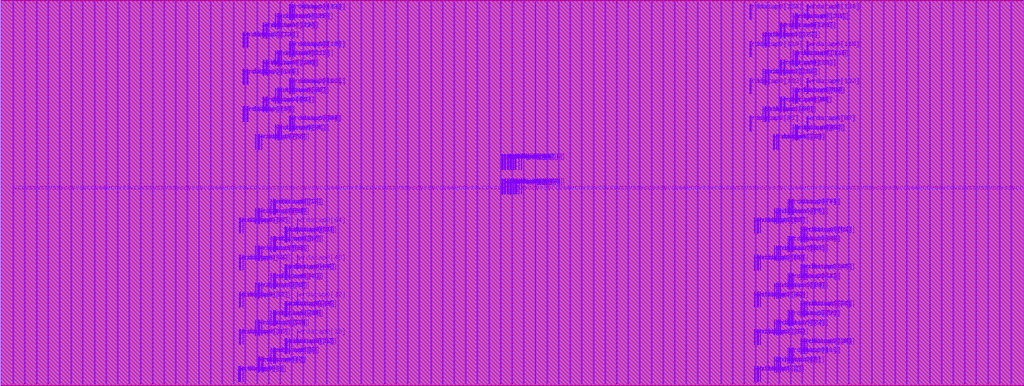
<source format=lef>
VERSION 5.8 ;
BUSBITCHARS "[]" ;
DIVIDERCHAR "/" ;

UNITS
  DATABASE MICRONS 4000 ;
END UNITS

MANUFACTURINGGRID 0.0005 ;

MACRO arf132b224e1r1w0cbbehcaa4acw
  CLASS BLOCK ;
  ORIGIN 0 0 ;
  FOREIGN arf132b224e1r1w0cbbehcaa4acw 0 0 ;
  SIZE 79.2 BY 29.76 ;
  PIN ckrdp0
    DIRECTION INPUT ;
    USE SIGNAL ;
    PORT
      LAYER m7 ;
        RECT 38.784 16.68 38.828 17.88 ;
    END
  END ckrdp0
  PIN ckwrp0
    DIRECTION INPUT ;
    USE SIGNAL ;
    PORT
      LAYER m7 ;
        RECT 38.784 14.76 38.828 15.96 ;
    END
  END ckwrp0
  PIN rdaddrp0[0]
    DIRECTION INPUT ;
    USE SIGNAL ;
    PORT
      LAYER m7 ;
        RECT 39.86 16.68 39.904 17.88 ;
    END
  END rdaddrp0[0]
  PIN rdaddrp0[1]
    DIRECTION INPUT ;
    USE SIGNAL ;
    PORT
      LAYER m7 ;
        RECT 40.112 16.68 40.156 17.88 ;
    END
  END rdaddrp0[1]
  PIN rdaddrp0[2]
    DIRECTION INPUT ;
    USE SIGNAL ;
    PORT
      LAYER m7 ;
        RECT 40.284 16.68 40.328 17.88 ;
    END
  END rdaddrp0[2]
  PIN rdaddrp0[3]
    DIRECTION INPUT ;
    USE SIGNAL ;
    PORT
      LAYER m7 ;
        RECT 38.872 16.68 38.916 17.88 ;
    END
  END rdaddrp0[3]
  PIN rdaddrp0[4]
    DIRECTION INPUT ;
    USE SIGNAL ;
    PORT
      LAYER m7 ;
        RECT 39.044 16.68 39.088 17.88 ;
    END
  END rdaddrp0[4]
  PIN rdaddrp0[5]
    DIRECTION INPUT ;
    USE SIGNAL ;
    PORT
      LAYER m7 ;
        RECT 39.296 16.68 39.34 17.88 ;
    END
  END rdaddrp0[5]
  PIN rdaddrp0[6]
    DIRECTION INPUT ;
    USE SIGNAL ;
    PORT
      LAYER m7 ;
        RECT 39.472 16.68 39.516 17.88 ;
    END
  END rdaddrp0[6]
  PIN rdaddrp0[7]
    DIRECTION INPUT ;
    USE SIGNAL ;
    PORT
      LAYER m7 ;
        RECT 39.772 16.68 39.816 17.88 ;
    END
  END rdaddrp0[7]
  PIN rdaddrp0_fd
    DIRECTION INPUT ;
    USE SIGNAL ;
    PORT
      LAYER m7 ;
        RECT 38.96 16.68 39.004 17.88 ;
    END
  END rdaddrp0_fd
  PIN rdaddrp0_rd
    DIRECTION INPUT ;
    USE SIGNAL ;
    PORT
      LAYER m7 ;
        RECT 39.212 16.68 39.256 17.88 ;
    END
  END rdaddrp0_rd
  PIN rddatap0[0]
    DIRECTION OUTPUT ;
    USE SIGNAL ;
    PORT
      LAYER m7 ;
        RECT 18.512 0.24 18.556 1.44 ;
    END
  END rddatap0[0]
  PIN rddatap0[100]
    DIRECTION OUTPUT ;
    USE SIGNAL ;
    PORT
      LAYER m7 ;
        RECT 22.584 22.56 22.628 23.76 ;
    END
  END rddatap0[100]
  PIN rddatap0[101]
    DIRECTION OUTPUT ;
    USE SIGNAL ;
    PORT
      LAYER m7 ;
        RECT 22.672 22.56 22.716 23.76 ;
    END
  END rddatap0[101]
  PIN rddatap0[102]
    DIRECTION OUTPUT ;
    USE SIGNAL ;
    PORT
      LAYER m7 ;
        RECT 58.028 22.56 58.072 23.76 ;
    END
  END rddatap0[102]
  PIN rddatap0[103]
    DIRECTION OUTPUT ;
    USE SIGNAL ;
    PORT
      LAYER m7 ;
        RECT 58.112 22.56 58.156 23.76 ;
    END
  END rddatap0[103]
  PIN rddatap0[104]
    DIRECTION OUTPUT ;
    USE SIGNAL ;
    PORT
      LAYER m7 ;
        RECT 18.984 23.28 19.028 24.48 ;
    END
  END rddatap0[104]
  PIN rddatap0[105]
    DIRECTION OUTPUT ;
    USE SIGNAL ;
    PORT
      LAYER m7 ;
        RECT 19.072 23.28 19.116 24.48 ;
    END
  END rddatap0[105]
  PIN rddatap0[106]
    DIRECTION OUTPUT ;
    USE SIGNAL ;
    PORT
      LAYER m7 ;
        RECT 59.272 23.28 59.316 24.48 ;
    END
  END rddatap0[106]
  PIN rddatap0[107]
    DIRECTION OUTPUT ;
    USE SIGNAL ;
    PORT
      LAYER m7 ;
        RECT 59.484 23.28 59.528 24.48 ;
    END
  END rddatap0[107]
  PIN rddatap0[108]
    DIRECTION OUTPUT ;
    USE SIGNAL ;
    PORT
      LAYER m7 ;
        RECT 20.484 24 20.528 25.2 ;
    END
  END rddatap0[108]
  PIN rddatap0[109]
    DIRECTION OUTPUT ;
    USE SIGNAL ;
    PORT
      LAYER m7 ;
        RECT 20.572 24 20.616 25.2 ;
    END
  END rddatap0[109]
  PIN rddatap0[10]
    DIRECTION OUTPUT ;
    USE SIGNAL ;
    PORT
      LAYER m7 ;
        RECT 61.284 1.68 61.328 2.88 ;
    END
  END rddatap0[10]
  PIN rddatap0[110]
    DIRECTION OUTPUT ;
    USE SIGNAL ;
    PORT
      LAYER m7 ;
        RECT 60.644 24 60.688 25.2 ;
    END
  END rddatap0[110]
  PIN rddatap0[111]
    DIRECTION OUTPUT ;
    USE SIGNAL ;
    PORT
      LAYER m7 ;
        RECT 60.728 24 60.772 25.2 ;
    END
  END rddatap0[111]
  PIN rddatap0[112]
    DIRECTION OUTPUT ;
    USE SIGNAL ;
    PORT
      LAYER m7 ;
        RECT 21.472 24.72 21.516 25.92 ;
    END
  END rddatap0[112]
  PIN rddatap0[113]
    DIRECTION OUTPUT ;
    USE SIGNAL ;
    PORT
      LAYER m7 ;
        RECT 21.684 24.72 21.728 25.92 ;
    END
  END rddatap0[113]
  PIN rddatap0[114]
    DIRECTION OUTPUT ;
    USE SIGNAL ;
    PORT
      LAYER m7 ;
        RECT 61.628 24.72 61.672 25.92 ;
    END
  END rddatap0[114]
  PIN rddatap0[115]
    DIRECTION OUTPUT ;
    USE SIGNAL ;
    PORT
      LAYER m7 ;
        RECT 61.712 24.72 61.756 25.92 ;
    END
  END rddatap0[115]
  PIN rddatap0[116]
    DIRECTION OUTPUT ;
    USE SIGNAL ;
    PORT
      LAYER m7 ;
        RECT 22.584 25.44 22.628 26.64 ;
    END
  END rddatap0[116]
  PIN rddatap0[117]
    DIRECTION OUTPUT ;
    USE SIGNAL ;
    PORT
      LAYER m7 ;
        RECT 22.672 25.44 22.716 26.64 ;
    END
  END rddatap0[117]
  PIN rddatap0[118]
    DIRECTION OUTPUT ;
    USE SIGNAL ;
    PORT
      LAYER m7 ;
        RECT 58.028 25.44 58.072 26.64 ;
    END
  END rddatap0[118]
  PIN rddatap0[119]
    DIRECTION OUTPUT ;
    USE SIGNAL ;
    PORT
      LAYER m7 ;
        RECT 58.112 25.44 58.156 26.64 ;
    END
  END rddatap0[119]
  PIN rddatap0[11]
    DIRECTION OUTPUT ;
    USE SIGNAL ;
    PORT
      LAYER m7 ;
        RECT 61.372 1.68 61.416 2.88 ;
    END
  END rddatap0[11]
  PIN rddatap0[120]
    DIRECTION OUTPUT ;
    USE SIGNAL ;
    PORT
      LAYER m7 ;
        RECT 18.984 26.16 19.028 27.36 ;
    END
  END rddatap0[120]
  PIN rddatap0[121]
    DIRECTION OUTPUT ;
    USE SIGNAL ;
    PORT
      LAYER m7 ;
        RECT 19.072 26.16 19.116 27.36 ;
    END
  END rddatap0[121]
  PIN rddatap0[122]
    DIRECTION OUTPUT ;
    USE SIGNAL ;
    PORT
      LAYER m7 ;
        RECT 59.272 26.16 59.316 27.36 ;
    END
  END rddatap0[122]
  PIN rddatap0[123]
    DIRECTION OUTPUT ;
    USE SIGNAL ;
    PORT
      LAYER m7 ;
        RECT 59.484 26.16 59.528 27.36 ;
    END
  END rddatap0[123]
  PIN rddatap0[124]
    DIRECTION OUTPUT ;
    USE SIGNAL ;
    PORT
      LAYER m7 ;
        RECT 20.484 26.88 20.528 28.08 ;
    END
  END rddatap0[124]
  PIN rddatap0[125]
    DIRECTION OUTPUT ;
    USE SIGNAL ;
    PORT
      LAYER m7 ;
        RECT 20.572 26.88 20.616 28.08 ;
    END
  END rddatap0[125]
  PIN rddatap0[126]
    DIRECTION OUTPUT ;
    USE SIGNAL ;
    PORT
      LAYER m7 ;
        RECT 60.644 26.88 60.688 28.08 ;
    END
  END rddatap0[126]
  PIN rddatap0[127]
    DIRECTION OUTPUT ;
    USE SIGNAL ;
    PORT
      LAYER m7 ;
        RECT 60.728 26.88 60.772 28.08 ;
    END
  END rddatap0[127]
  PIN rddatap0[128]
    DIRECTION OUTPUT ;
    USE SIGNAL ;
    PORT
      LAYER m7 ;
        RECT 21.472 27.6 21.516 28.8 ;
    END
  END rddatap0[128]
  PIN rddatap0[129]
    DIRECTION OUTPUT ;
    USE SIGNAL ;
    PORT
      LAYER m7 ;
        RECT 21.684 27.6 21.728 28.8 ;
    END
  END rddatap0[129]
  PIN rddatap0[12]
    DIRECTION OUTPUT ;
    USE SIGNAL ;
    PORT
      LAYER m7 ;
        RECT 22.112 2.4 22.156 3.6 ;
    END
  END rddatap0[12]
  PIN rddatap0[130]
    DIRECTION OUTPUT ;
    USE SIGNAL ;
    PORT
      LAYER m7 ;
        RECT 61.628 27.6 61.672 28.8 ;
    END
  END rddatap0[130]
  PIN rddatap0[131]
    DIRECTION OUTPUT ;
    USE SIGNAL ;
    PORT
      LAYER m7 ;
        RECT 61.712 27.6 61.756 28.8 ;
    END
  END rddatap0[131]
  PIN rddatap0[132]
    DIRECTION OUTPUT ;
    USE SIGNAL ;
    PORT
      LAYER m7 ;
        RECT 22.584 28.32 22.628 29.52 ;
    END
  END rddatap0[132]
  PIN rddatap0[133]
    DIRECTION OUTPUT ;
    USE SIGNAL ;
    PORT
      LAYER m7 ;
        RECT 22.672 28.32 22.716 29.52 ;
    END
  END rddatap0[133]
  PIN rddatap0[134]
    DIRECTION OUTPUT ;
    USE SIGNAL ;
    PORT
      LAYER m7 ;
        RECT 58.028 28.32 58.072 29.52 ;
    END
  END rddatap0[134]
  PIN rddatap0[135]
    DIRECTION OUTPUT ;
    USE SIGNAL ;
    PORT
      LAYER m7 ;
        RECT 58.112 28.32 58.156 29.52 ;
    END
  END rddatap0[135]
  PIN rddatap0[13]
    DIRECTION OUTPUT ;
    USE SIGNAL ;
    PORT
      LAYER m7 ;
        RECT 22.284 2.4 22.328 3.6 ;
    END
  END rddatap0[13]
  PIN rddatap0[14]
    DIRECTION OUTPUT ;
    USE SIGNAL ;
    PORT
      LAYER m7 ;
        RECT 62.272 2.4 62.316 3.6 ;
    END
  END rddatap0[14]
  PIN rddatap0[15]
    DIRECTION OUTPUT ;
    USE SIGNAL ;
    PORT
      LAYER m7 ;
        RECT 62.444 2.4 62.488 3.6 ;
    END
  END rddatap0[15]
  PIN rddatap0[16]
    DIRECTION OUTPUT ;
    USE SIGNAL ;
    PORT
      LAYER m7 ;
        RECT 18.512 3.12 18.556 4.32 ;
    END
  END rddatap0[16]
  PIN rddatap0[17]
    DIRECTION OUTPUT ;
    USE SIGNAL ;
    PORT
      LAYER m7 ;
        RECT 18.684 3.12 18.728 4.32 ;
    END
  END rddatap0[17]
  PIN rddatap0[18]
    DIRECTION OUTPUT ;
    USE SIGNAL ;
    PORT
      LAYER m7 ;
        RECT 58.672 3.12 58.716 4.32 ;
    END
  END rddatap0[18]
  PIN rddatap0[19]
    DIRECTION OUTPUT ;
    USE SIGNAL ;
    PORT
      LAYER m7 ;
        RECT 58.844 3.12 58.888 4.32 ;
    END
  END rddatap0[19]
  PIN rddatap0[1]
    DIRECTION OUTPUT ;
    USE SIGNAL ;
    PORT
      LAYER m7 ;
        RECT 18.684 0.24 18.728 1.44 ;
    END
  END rddatap0[1]
  PIN rddatap0[20]
    DIRECTION OUTPUT ;
    USE SIGNAL ;
    PORT
      LAYER m7 ;
        RECT 19.972 3.84 20.016 5.04 ;
    END
  END rddatap0[20]
  PIN rddatap0[21]
    DIRECTION OUTPUT ;
    USE SIGNAL ;
    PORT
      LAYER m7 ;
        RECT 20.144 3.84 20.188 5.04 ;
    END
  END rddatap0[21]
  PIN rddatap0[22]
    DIRECTION OUTPUT ;
    USE SIGNAL ;
    PORT
      LAYER m7 ;
        RECT 60.172 3.84 60.216 5.04 ;
    END
  END rddatap0[22]
  PIN rddatap0[23]
    DIRECTION OUTPUT ;
    USE SIGNAL ;
    PORT
      LAYER m7 ;
        RECT 60.384 3.84 60.428 5.04 ;
    END
  END rddatap0[23]
  PIN rddatap0[24]
    DIRECTION OUTPUT ;
    USE SIGNAL ;
    PORT
      LAYER m7 ;
        RECT 21.128 4.56 21.172 5.76 ;
    END
  END rddatap0[24]
  PIN rddatap0[25]
    DIRECTION OUTPUT ;
    USE SIGNAL ;
    PORT
      LAYER m7 ;
        RECT 21.212 4.56 21.256 5.76 ;
    END
  END rddatap0[25]
  PIN rddatap0[26]
    DIRECTION OUTPUT ;
    USE SIGNAL ;
    PORT
      LAYER m7 ;
        RECT 61.284 4.56 61.328 5.76 ;
    END
  END rddatap0[26]
  PIN rddatap0[27]
    DIRECTION OUTPUT ;
    USE SIGNAL ;
    PORT
      LAYER m7 ;
        RECT 61.372 4.56 61.416 5.76 ;
    END
  END rddatap0[27]
  PIN rddatap0[28]
    DIRECTION OUTPUT ;
    USE SIGNAL ;
    PORT
      LAYER m7 ;
        RECT 22.112 5.28 22.156 6.48 ;
    END
  END rddatap0[28]
  PIN rddatap0[29]
    DIRECTION OUTPUT ;
    USE SIGNAL ;
    PORT
      LAYER m7 ;
        RECT 22.284 5.28 22.328 6.48 ;
    END
  END rddatap0[29]
  PIN rddatap0[2]
    DIRECTION OUTPUT ;
    USE SIGNAL ;
    PORT
      LAYER m7 ;
        RECT 58.672 0.24 58.716 1.44 ;
    END
  END rddatap0[2]
  PIN rddatap0[30]
    DIRECTION OUTPUT ;
    USE SIGNAL ;
    PORT
      LAYER m7 ;
        RECT 62.272 5.28 62.316 6.48 ;
    END
  END rddatap0[30]
  PIN rddatap0[31]
    DIRECTION OUTPUT ;
    USE SIGNAL ;
    PORT
      LAYER m7 ;
        RECT 62.444 5.28 62.488 6.48 ;
    END
  END rddatap0[31]
  PIN rddatap0[32]
    DIRECTION OUTPUT ;
    USE SIGNAL ;
    PORT
      LAYER m7 ;
        RECT 18.512 6 18.556 7.2 ;
    END
  END rddatap0[32]
  PIN rddatap0[33]
    DIRECTION OUTPUT ;
    USE SIGNAL ;
    PORT
      LAYER m7 ;
        RECT 18.684 6 18.728 7.2 ;
    END
  END rddatap0[33]
  PIN rddatap0[34]
    DIRECTION OUTPUT ;
    USE SIGNAL ;
    PORT
      LAYER m7 ;
        RECT 58.672 6 58.716 7.2 ;
    END
  END rddatap0[34]
  PIN rddatap0[35]
    DIRECTION OUTPUT ;
    USE SIGNAL ;
    PORT
      LAYER m7 ;
        RECT 58.844 6 58.888 7.2 ;
    END
  END rddatap0[35]
  PIN rddatap0[36]
    DIRECTION OUTPUT ;
    USE SIGNAL ;
    PORT
      LAYER m7 ;
        RECT 19.972 6.72 20.016 7.92 ;
    END
  END rddatap0[36]
  PIN rddatap0[37]
    DIRECTION OUTPUT ;
    USE SIGNAL ;
    PORT
      LAYER m7 ;
        RECT 20.144 6.72 20.188 7.92 ;
    END
  END rddatap0[37]
  PIN rddatap0[38]
    DIRECTION OUTPUT ;
    USE SIGNAL ;
    PORT
      LAYER m7 ;
        RECT 60.172 6.72 60.216 7.92 ;
    END
  END rddatap0[38]
  PIN rddatap0[39]
    DIRECTION OUTPUT ;
    USE SIGNAL ;
    PORT
      LAYER m7 ;
        RECT 60.384 6.72 60.428 7.92 ;
    END
  END rddatap0[39]
  PIN rddatap0[3]
    DIRECTION OUTPUT ;
    USE SIGNAL ;
    PORT
      LAYER m7 ;
        RECT 58.844 0.24 58.888 1.44 ;
    END
  END rddatap0[3]
  PIN rddatap0[40]
    DIRECTION OUTPUT ;
    USE SIGNAL ;
    PORT
      LAYER m7 ;
        RECT 21.128 7.44 21.172 8.64 ;
    END
  END rddatap0[40]
  PIN rddatap0[41]
    DIRECTION OUTPUT ;
    USE SIGNAL ;
    PORT
      LAYER m7 ;
        RECT 21.212 7.44 21.256 8.64 ;
    END
  END rddatap0[41]
  PIN rddatap0[42]
    DIRECTION OUTPUT ;
    USE SIGNAL ;
    PORT
      LAYER m7 ;
        RECT 61.284 7.44 61.328 8.64 ;
    END
  END rddatap0[42]
  PIN rddatap0[43]
    DIRECTION OUTPUT ;
    USE SIGNAL ;
    PORT
      LAYER m7 ;
        RECT 61.372 7.44 61.416 8.64 ;
    END
  END rddatap0[43]
  PIN rddatap0[44]
    DIRECTION OUTPUT ;
    USE SIGNAL ;
    PORT
      LAYER m7 ;
        RECT 22.112 8.16 22.156 9.36 ;
    END
  END rddatap0[44]
  PIN rddatap0[45]
    DIRECTION OUTPUT ;
    USE SIGNAL ;
    PORT
      LAYER m7 ;
        RECT 22.284 8.16 22.328 9.36 ;
    END
  END rddatap0[45]
  PIN rddatap0[46]
    DIRECTION OUTPUT ;
    USE SIGNAL ;
    PORT
      LAYER m7 ;
        RECT 62.272 8.16 62.316 9.36 ;
    END
  END rddatap0[46]
  PIN rddatap0[47]
    DIRECTION OUTPUT ;
    USE SIGNAL ;
    PORT
      LAYER m7 ;
        RECT 62.444 8.16 62.488 9.36 ;
    END
  END rddatap0[47]
  PIN rddatap0[48]
    DIRECTION OUTPUT ;
    USE SIGNAL ;
    PORT
      LAYER m7 ;
        RECT 18.512 8.88 18.556 10.08 ;
    END
  END rddatap0[48]
  PIN rddatap0[49]
    DIRECTION OUTPUT ;
    USE SIGNAL ;
    PORT
      LAYER m7 ;
        RECT 18.684 8.88 18.728 10.08 ;
    END
  END rddatap0[49]
  PIN rddatap0[4]
    DIRECTION OUTPUT ;
    USE SIGNAL ;
    PORT
      LAYER m7 ;
        RECT 20.144 0.96 20.188 2.16 ;
    END
  END rddatap0[4]
  PIN rddatap0[50]
    DIRECTION OUTPUT ;
    USE SIGNAL ;
    PORT
      LAYER m7 ;
        RECT 58.672 8.88 58.716 10.08 ;
    END
  END rddatap0[50]
  PIN rddatap0[51]
    DIRECTION OUTPUT ;
    USE SIGNAL ;
    PORT
      LAYER m7 ;
        RECT 58.844 8.88 58.888 10.08 ;
    END
  END rddatap0[51]
  PIN rddatap0[52]
    DIRECTION OUTPUT ;
    USE SIGNAL ;
    PORT
      LAYER m7 ;
        RECT 19.972 9.6 20.016 10.8 ;
    END
  END rddatap0[52]
  PIN rddatap0[53]
    DIRECTION OUTPUT ;
    USE SIGNAL ;
    PORT
      LAYER m7 ;
        RECT 20.144 9.6 20.188 10.8 ;
    END
  END rddatap0[53]
  PIN rddatap0[54]
    DIRECTION OUTPUT ;
    USE SIGNAL ;
    PORT
      LAYER m7 ;
        RECT 60.172 9.6 60.216 10.8 ;
    END
  END rddatap0[54]
  PIN rddatap0[55]
    DIRECTION OUTPUT ;
    USE SIGNAL ;
    PORT
      LAYER m7 ;
        RECT 60.384 9.6 60.428 10.8 ;
    END
  END rddatap0[55]
  PIN rddatap0[56]
    DIRECTION OUTPUT ;
    USE SIGNAL ;
    PORT
      LAYER m7 ;
        RECT 21.128 10.32 21.172 11.52 ;
    END
  END rddatap0[56]
  PIN rddatap0[57]
    DIRECTION OUTPUT ;
    USE SIGNAL ;
    PORT
      LAYER m7 ;
        RECT 21.212 10.32 21.256 11.52 ;
    END
  END rddatap0[57]
  PIN rddatap0[58]
    DIRECTION OUTPUT ;
    USE SIGNAL ;
    PORT
      LAYER m7 ;
        RECT 61.284 10.32 61.328 11.52 ;
    END
  END rddatap0[58]
  PIN rddatap0[59]
    DIRECTION OUTPUT ;
    USE SIGNAL ;
    PORT
      LAYER m7 ;
        RECT 61.372 10.32 61.416 11.52 ;
    END
  END rddatap0[59]
  PIN rddatap0[5]
    DIRECTION OUTPUT ;
    USE SIGNAL ;
    PORT
      LAYER m7 ;
        RECT 20.228 0.96 20.272 2.16 ;
    END
  END rddatap0[5]
  PIN rddatap0[60]
    DIRECTION OUTPUT ;
    USE SIGNAL ;
    PORT
      LAYER m7 ;
        RECT 22.112 11.04 22.156 12.24 ;
    END
  END rddatap0[60]
  PIN rddatap0[61]
    DIRECTION OUTPUT ;
    USE SIGNAL ;
    PORT
      LAYER m7 ;
        RECT 22.284 11.04 22.328 12.24 ;
    END
  END rddatap0[61]
  PIN rddatap0[62]
    DIRECTION OUTPUT ;
    USE SIGNAL ;
    PORT
      LAYER m7 ;
        RECT 62.272 11.04 62.316 12.24 ;
    END
  END rddatap0[62]
  PIN rddatap0[63]
    DIRECTION OUTPUT ;
    USE SIGNAL ;
    PORT
      LAYER m7 ;
        RECT 62.444 11.04 62.488 12.24 ;
    END
  END rddatap0[63]
  PIN rddatap0[64]
    DIRECTION OUTPUT ;
    USE SIGNAL ;
    PORT
      LAYER m7 ;
        RECT 18.512 11.76 18.556 12.96 ;
    END
  END rddatap0[64]
  PIN rddatap0[65]
    DIRECTION OUTPUT ;
    USE SIGNAL ;
    PORT
      LAYER m7 ;
        RECT 18.684 11.76 18.728 12.96 ;
    END
  END rddatap0[65]
  PIN rddatap0[66]
    DIRECTION OUTPUT ;
    USE SIGNAL ;
    PORT
      LAYER m7 ;
        RECT 58.672 11.76 58.716 12.96 ;
    END
  END rddatap0[66]
  PIN rddatap0[67]
    DIRECTION OUTPUT ;
    USE SIGNAL ;
    PORT
      LAYER m7 ;
        RECT 58.844 11.76 58.888 12.96 ;
    END
  END rddatap0[67]
  PIN rddatap0[68]
    DIRECTION OUTPUT ;
    USE SIGNAL ;
    PORT
      LAYER m7 ;
        RECT 19.972 12.48 20.016 13.68 ;
    END
  END rddatap0[68]
  PIN rddatap0[69]
    DIRECTION OUTPUT ;
    USE SIGNAL ;
    PORT
      LAYER m7 ;
        RECT 20.144 12.48 20.188 13.68 ;
    END
  END rddatap0[69]
  PIN rddatap0[6]
    DIRECTION OUTPUT ;
    USE SIGNAL ;
    PORT
      LAYER m7 ;
        RECT 60.172 0.96 60.216 2.16 ;
    END
  END rddatap0[6]
  PIN rddatap0[70]
    DIRECTION OUTPUT ;
    USE SIGNAL ;
    PORT
      LAYER m7 ;
        RECT 60.172 12.48 60.216 13.68 ;
    END
  END rddatap0[70]
  PIN rddatap0[71]
    DIRECTION OUTPUT ;
    USE SIGNAL ;
    PORT
      LAYER m7 ;
        RECT 60.384 12.48 60.428 13.68 ;
    END
  END rddatap0[71]
  PIN rddatap0[72]
    DIRECTION OUTPUT ;
    USE SIGNAL ;
    PORT
      LAYER m7 ;
        RECT 21.128 13.2 21.172 14.4 ;
    END
  END rddatap0[72]
  PIN rddatap0[73]
    DIRECTION OUTPUT ;
    USE SIGNAL ;
    PORT
      LAYER m7 ;
        RECT 21.212 13.2 21.256 14.4 ;
    END
  END rddatap0[73]
  PIN rddatap0[74]
    DIRECTION OUTPUT ;
    USE SIGNAL ;
    PORT
      LAYER m7 ;
        RECT 61.284 13.2 61.328 14.4 ;
    END
  END rddatap0[74]
  PIN rddatap0[75]
    DIRECTION OUTPUT ;
    USE SIGNAL ;
    PORT
      LAYER m7 ;
        RECT 61.372 13.2 61.416 14.4 ;
    END
  END rddatap0[75]
  PIN rddatap0[76]
    DIRECTION OUTPUT ;
    USE SIGNAL ;
    PORT
      LAYER m7 ;
        RECT 19.972 18.24 20.016 19.44 ;
    END
  END rddatap0[76]
  PIN rddatap0[77]
    DIRECTION OUTPUT ;
    USE SIGNAL ;
    PORT
      LAYER m7 ;
        RECT 20.144 18.24 20.188 19.44 ;
    END
  END rddatap0[77]
  PIN rddatap0[78]
    DIRECTION OUTPUT ;
    USE SIGNAL ;
    PORT
      LAYER m7 ;
        RECT 60.084 18.24 60.128 19.44 ;
    END
  END rddatap0[78]
  PIN rddatap0[79]
    DIRECTION OUTPUT ;
    USE SIGNAL ;
    PORT
      LAYER m7 ;
        RECT 60.172 18.24 60.216 19.44 ;
    END
  END rddatap0[79]
  PIN rddatap0[7]
    DIRECTION OUTPUT ;
    USE SIGNAL ;
    PORT
      LAYER m7 ;
        RECT 60.384 0.96 60.428 2.16 ;
    END
  END rddatap0[7]
  PIN rddatap0[80]
    DIRECTION OUTPUT ;
    USE SIGNAL ;
    PORT
      LAYER m7 ;
        RECT 21.472 18.96 21.516 20.16 ;
    END
  END rddatap0[80]
  PIN rddatap0[81]
    DIRECTION OUTPUT ;
    USE SIGNAL ;
    PORT
      LAYER m7 ;
        RECT 21.684 18.96 21.728 20.16 ;
    END
  END rddatap0[81]
  PIN rddatap0[82]
    DIRECTION OUTPUT ;
    USE SIGNAL ;
    PORT
      LAYER m7 ;
        RECT 61.628 18.96 61.672 20.16 ;
    END
  END rddatap0[82]
  PIN rddatap0[83]
    DIRECTION OUTPUT ;
    USE SIGNAL ;
    PORT
      LAYER m7 ;
        RECT 61.712 18.96 61.756 20.16 ;
    END
  END rddatap0[83]
  PIN rddatap0[84]
    DIRECTION OUTPUT ;
    USE SIGNAL ;
    PORT
      LAYER m7 ;
        RECT 22.584 19.68 22.628 20.88 ;
    END
  END rddatap0[84]
  PIN rddatap0[85]
    DIRECTION OUTPUT ;
    USE SIGNAL ;
    PORT
      LAYER m7 ;
        RECT 22.672 19.68 22.716 20.88 ;
    END
  END rddatap0[85]
  PIN rddatap0[86]
    DIRECTION OUTPUT ;
    USE SIGNAL ;
    PORT
      LAYER m7 ;
        RECT 58.028 19.68 58.072 20.88 ;
    END
  END rddatap0[86]
  PIN rddatap0[87]
    DIRECTION OUTPUT ;
    USE SIGNAL ;
    PORT
      LAYER m7 ;
        RECT 58.112 19.68 58.156 20.88 ;
    END
  END rddatap0[87]
  PIN rddatap0[88]
    DIRECTION OUTPUT ;
    USE SIGNAL ;
    PORT
      LAYER m7 ;
        RECT 18.984 20.4 19.028 21.6 ;
    END
  END rddatap0[88]
  PIN rddatap0[89]
    DIRECTION OUTPUT ;
    USE SIGNAL ;
    PORT
      LAYER m7 ;
        RECT 19.072 20.4 19.116 21.6 ;
    END
  END rddatap0[89]
  PIN rddatap0[8]
    DIRECTION OUTPUT ;
    USE SIGNAL ;
    PORT
      LAYER m7 ;
        RECT 21.128 1.68 21.172 2.88 ;
    END
  END rddatap0[8]
  PIN rddatap0[90]
    DIRECTION OUTPUT ;
    USE SIGNAL ;
    PORT
      LAYER m7 ;
        RECT 59.272 20.4 59.316 21.6 ;
    END
  END rddatap0[90]
  PIN rddatap0[91]
    DIRECTION OUTPUT ;
    USE SIGNAL ;
    PORT
      LAYER m7 ;
        RECT 59.484 20.4 59.528 21.6 ;
    END
  END rddatap0[91]
  PIN rddatap0[92]
    DIRECTION OUTPUT ;
    USE SIGNAL ;
    PORT
      LAYER m7 ;
        RECT 20.484 21.12 20.528 22.32 ;
    END
  END rddatap0[92]
  PIN rddatap0[93]
    DIRECTION OUTPUT ;
    USE SIGNAL ;
    PORT
      LAYER m7 ;
        RECT 20.572 21.12 20.616 22.32 ;
    END
  END rddatap0[93]
  PIN rddatap0[94]
    DIRECTION OUTPUT ;
    USE SIGNAL ;
    PORT
      LAYER m7 ;
        RECT 60.644 21.12 60.688 22.32 ;
    END
  END rddatap0[94]
  PIN rddatap0[95]
    DIRECTION OUTPUT ;
    USE SIGNAL ;
    PORT
      LAYER m7 ;
        RECT 60.728 21.12 60.772 22.32 ;
    END
  END rddatap0[95]
  PIN rddatap0[96]
    DIRECTION OUTPUT ;
    USE SIGNAL ;
    PORT
      LAYER m7 ;
        RECT 21.472 21.84 21.516 23.04 ;
    END
  END rddatap0[96]
  PIN rddatap0[97]
    DIRECTION OUTPUT ;
    USE SIGNAL ;
    PORT
      LAYER m7 ;
        RECT 21.684 21.84 21.728 23.04 ;
    END
  END rddatap0[97]
  PIN rddatap0[98]
    DIRECTION OUTPUT ;
    USE SIGNAL ;
    PORT
      LAYER m7 ;
        RECT 61.628 21.84 61.672 23.04 ;
    END
  END rddatap0[98]
  PIN rddatap0[99]
    DIRECTION OUTPUT ;
    USE SIGNAL ;
    PORT
      LAYER m7 ;
        RECT 61.712 21.84 61.756 23.04 ;
    END
  END rddatap0[99]
  PIN rddatap0[9]
    DIRECTION OUTPUT ;
    USE SIGNAL ;
    PORT
      LAYER m7 ;
        RECT 21.212 1.68 21.256 2.88 ;
    END
  END rddatap0[9]
  PIN rdenp0
    DIRECTION INPUT ;
    USE SIGNAL ;
    PORT
      LAYER m7 ;
        RECT 39.384 16.68 39.428 17.88 ;
    END
  END rdenp0
  PIN sdl_initp0
    DIRECTION INPUT ;
    USE SIGNAL ;
    PORT
      LAYER m7 ;
        RECT 39.684 16.68 39.728 17.88 ;
    END
  END sdl_initp0
  PIN vcc
    DIRECTION INPUT ;
    USE POWER ;
    PORT
      LAYER m7 ;
        RECT 78.262 0.06 78.338 29.7 ;
    END
    PORT
      LAYER m7 ;
        RECT 76.462 0.06 76.538 29.7 ;
    END
    PORT
      LAYER m7 ;
        RECT 74.662 0.06 74.738 29.7 ;
    END
    PORT
      LAYER m7 ;
        RECT 72.862 0.06 72.938 29.7 ;
    END
    PORT
      LAYER m7 ;
        RECT 71.062 0.06 71.138 29.7 ;
    END
    PORT
      LAYER m7 ;
        RECT 69.262 0.06 69.338 29.7 ;
    END
    PORT
      LAYER m7 ;
        RECT 67.462 0.06 67.538 29.7 ;
    END
    PORT
      LAYER m7 ;
        RECT 65.662 0.06 65.738 29.7 ;
    END
    PORT
      LAYER m7 ;
        RECT 63.862 0.06 63.938 29.7 ;
    END
    PORT
      LAYER m7 ;
        RECT 62.062 0.06 62.138 29.7 ;
    END
    PORT
      LAYER m7 ;
        RECT 60.262 0.06 60.338 29.7 ;
    END
    PORT
      LAYER m7 ;
        RECT 58.462 0.06 58.538 29.7 ;
    END
    PORT
      LAYER m7 ;
        RECT 56.662 0.06 56.738 29.7 ;
    END
    PORT
      LAYER m7 ;
        RECT 54.862 0.06 54.938 29.7 ;
    END
    PORT
      LAYER m7 ;
        RECT 53.062 0.06 53.138 29.7 ;
    END
    PORT
      LAYER m7 ;
        RECT 51.262 0.06 51.338 29.7 ;
    END
    PORT
      LAYER m7 ;
        RECT 49.462 0.06 49.538 29.7 ;
    END
    PORT
      LAYER m7 ;
        RECT 47.662 0.06 47.738 29.7 ;
    END
    PORT
      LAYER m7 ;
        RECT 45.862 0.06 45.938 29.7 ;
    END
    PORT
      LAYER m7 ;
        RECT 44.062 0.06 44.138 29.7 ;
    END
    PORT
      LAYER m7 ;
        RECT 42.262 0.06 42.338 29.7 ;
    END
    PORT
      LAYER m7 ;
        RECT 40.462 0.06 40.538 29.7 ;
    END
    PORT
      LAYER m7 ;
        RECT 38.662 0.06 38.738 29.7 ;
    END
    PORT
      LAYER m7 ;
        RECT 36.862 0.06 36.938 29.7 ;
    END
    PORT
      LAYER m7 ;
        RECT 35.062 0.06 35.138 29.7 ;
    END
    PORT
      LAYER m7 ;
        RECT 33.262 0.06 33.338 29.7 ;
    END
    PORT
      LAYER m7 ;
        RECT 31.462 0.06 31.538 29.7 ;
    END
    PORT
      LAYER m7 ;
        RECT 29.662 0.06 29.738 29.7 ;
    END
    PORT
      LAYER m7 ;
        RECT 27.862 0.06 27.938 29.7 ;
    END
    PORT
      LAYER m7 ;
        RECT 26.062 0.06 26.138 29.7 ;
    END
    PORT
      LAYER m7 ;
        RECT 24.262 0.06 24.338 29.7 ;
    END
    PORT
      LAYER m7 ;
        RECT 22.462 0.06 22.538 29.7 ;
    END
    PORT
      LAYER m7 ;
        RECT 20.662 0.06 20.738 29.7 ;
    END
    PORT
      LAYER m7 ;
        RECT 18.862 0.06 18.938 29.7 ;
    END
    PORT
      LAYER m7 ;
        RECT 17.062 0.06 17.138 29.7 ;
    END
    PORT
      LAYER m7 ;
        RECT 15.262 0.06 15.338 29.7 ;
    END
    PORT
      LAYER m7 ;
        RECT 13.462 0.06 13.538 29.7 ;
    END
    PORT
      LAYER m7 ;
        RECT 11.662 0.06 11.738 29.7 ;
    END
    PORT
      LAYER m7 ;
        RECT 9.862 0.06 9.938 29.7 ;
    END
    PORT
      LAYER m7 ;
        RECT 8.062 0.06 8.138 29.7 ;
    END
    PORT
      LAYER m7 ;
        RECT 6.262 0.06 6.338 29.7 ;
    END
    PORT
      LAYER m7 ;
        RECT 4.462 0.06 4.538 29.7 ;
    END
    PORT
      LAYER m7 ;
        RECT 2.662 0.06 2.738 29.7 ;
    END
    PORT
      LAYER m7 ;
        RECT 0.862 0.06 0.938 29.7 ;
    END
  END vcc
  PIN vss
    DIRECTION INOUT ;
    USE GROUND ;
    PORT
      LAYER m7 ;
        RECT 77.362 0.06 77.438 29.7 ;
    END
    PORT
      LAYER m7 ;
        RECT 75.562 0.06 75.638 29.7 ;
    END
    PORT
      LAYER m7 ;
        RECT 73.762 0.06 73.838 29.7 ;
    END
    PORT
      LAYER m7 ;
        RECT 71.962 0.06 72.038 29.7 ;
    END
    PORT
      LAYER m7 ;
        RECT 70.162 0.06 70.238 29.7 ;
    END
    PORT
      LAYER m7 ;
        RECT 68.362 0.06 68.438 29.7 ;
    END
    PORT
      LAYER m7 ;
        RECT 66.562 0.06 66.638 29.7 ;
    END
    PORT
      LAYER m7 ;
        RECT 64.762 0.06 64.838 29.7 ;
    END
    PORT
      LAYER m7 ;
        RECT 62.962 0.06 63.038 29.7 ;
    END
    PORT
      LAYER m7 ;
        RECT 61.162 0.06 61.238 29.7 ;
    END
    PORT
      LAYER m7 ;
        RECT 59.362 0.06 59.438 29.7 ;
    END
    PORT
      LAYER m7 ;
        RECT 57.562 0.06 57.638 29.7 ;
    END
    PORT
      LAYER m7 ;
        RECT 55.762 0.06 55.838 29.7 ;
    END
    PORT
      LAYER m7 ;
        RECT 53.962 0.06 54.038 29.7 ;
    END
    PORT
      LAYER m7 ;
        RECT 52.162 0.06 52.238 29.7 ;
    END
    PORT
      LAYER m7 ;
        RECT 50.362 0.06 50.438 29.7 ;
    END
    PORT
      LAYER m7 ;
        RECT 48.562 0.06 48.638 29.7 ;
    END
    PORT
      LAYER m7 ;
        RECT 46.762 0.06 46.838 29.7 ;
    END
    PORT
      LAYER m7 ;
        RECT 44.962 0.06 45.038 29.7 ;
    END
    PORT
      LAYER m7 ;
        RECT 43.162 0.06 43.238 29.7 ;
    END
    PORT
      LAYER m7 ;
        RECT 41.362 0.06 41.438 29.7 ;
    END
    PORT
      LAYER m7 ;
        RECT 39.562 0.06 39.638 29.7 ;
    END
    PORT
      LAYER m7 ;
        RECT 37.762 0.06 37.838 29.7 ;
    END
    PORT
      LAYER m7 ;
        RECT 35.962 0.06 36.038 29.7 ;
    END
    PORT
      LAYER m7 ;
        RECT 34.162 0.06 34.238 29.7 ;
    END
    PORT
      LAYER m7 ;
        RECT 32.362 0.06 32.438 29.7 ;
    END
    PORT
      LAYER m7 ;
        RECT 30.562 0.06 30.638 29.7 ;
    END
    PORT
      LAYER m7 ;
        RECT 28.762 0.06 28.838 29.7 ;
    END
    PORT
      LAYER m7 ;
        RECT 26.962 0.06 27.038 29.7 ;
    END
    PORT
      LAYER m7 ;
        RECT 25.162 0.06 25.238 29.7 ;
    END
    PORT
      LAYER m7 ;
        RECT 23.362 0.06 23.438 29.7 ;
    END
    PORT
      LAYER m7 ;
        RECT 21.562 0.06 21.638 29.7 ;
    END
    PORT
      LAYER m7 ;
        RECT 19.762 0.06 19.838 29.7 ;
    END
    PORT
      LAYER m7 ;
        RECT 17.962 0.06 18.038 29.7 ;
    END
    PORT
      LAYER m7 ;
        RECT 16.162 0.06 16.238 29.7 ;
    END
    PORT
      LAYER m7 ;
        RECT 14.362 0.06 14.438 29.7 ;
    END
    PORT
      LAYER m7 ;
        RECT 12.562 0.06 12.638 29.7 ;
    END
    PORT
      LAYER m7 ;
        RECT 10.762 0.06 10.838 29.7 ;
    END
    PORT
      LAYER m7 ;
        RECT 8.962 0.06 9.038 29.7 ;
    END
    PORT
      LAYER m7 ;
        RECT 7.162 0.06 7.238 29.7 ;
    END
    PORT
      LAYER m7 ;
        RECT 5.362 0.06 5.438 29.7 ;
    END
    PORT
      LAYER m7 ;
        RECT 3.562 0.06 3.638 29.7 ;
    END
    PORT
      LAYER m7 ;
        RECT 1.762 0.06 1.838 29.7 ;
    END
  END vss
  PIN wraddrp0[0]
    DIRECTION INPUT ;
    USE SIGNAL ;
    PORT
      LAYER m7 ;
        RECT 40.112 14.76 40.156 15.96 ;
    END
  END wraddrp0[0]
  PIN wraddrp0[1]
    DIRECTION INPUT ;
    USE SIGNAL ;
    PORT
      LAYER m7 ;
        RECT 40.284 14.76 40.328 15.96 ;
    END
  END wraddrp0[1]
  PIN wraddrp0[2]
    DIRECTION INPUT ;
    USE SIGNAL ;
    PORT
      LAYER m7 ;
        RECT 38.872 14.76 38.916 15.96 ;
    END
  END wraddrp0[2]
  PIN wraddrp0[3]
    DIRECTION INPUT ;
    USE SIGNAL ;
    PORT
      LAYER m7 ;
        RECT 39.044 14.76 39.088 15.96 ;
    END
  END wraddrp0[3]
  PIN wraddrp0[4]
    DIRECTION INPUT ;
    USE SIGNAL ;
    PORT
      LAYER m7 ;
        RECT 39.296 14.76 39.34 15.96 ;
    END
  END wraddrp0[4]
  PIN wraddrp0[5]
    DIRECTION INPUT ;
    USE SIGNAL ;
    PORT
      LAYER m7 ;
        RECT 39.472 14.76 39.516 15.96 ;
    END
  END wraddrp0[5]
  PIN wraddrp0[6]
    DIRECTION INPUT ;
    USE SIGNAL ;
    PORT
      LAYER m7 ;
        RECT 39.772 14.76 39.816 15.96 ;
    END
  END wraddrp0[6]
  PIN wraddrp0[7]
    DIRECTION INPUT ;
    USE SIGNAL ;
    PORT
      LAYER m7 ;
        RECT 39.944 14.76 39.988 15.96 ;
    END
  END wraddrp0[7]
  PIN wraddrp0_fd
    DIRECTION INPUT ;
    USE SIGNAL ;
    PORT
      LAYER m7 ;
        RECT 38.96 14.76 39.004 15.96 ;
    END
  END wraddrp0_fd
  PIN wraddrp0_rd
    DIRECTION INPUT ;
    USE SIGNAL ;
    PORT
      LAYER m7 ;
        RECT 39.212 14.76 39.256 15.96 ;
    END
  END wraddrp0_rd
  PIN wrdatap0[0]
    DIRECTION INPUT ;
    USE SIGNAL ;
    PORT
      LAYER m7 ;
        RECT 18.344 0.24 18.388 1.44 ;
    END
  END wrdatap0[0]
  PIN wrdatap0[100]
    DIRECTION INPUT ;
    USE SIGNAL ;
    PORT
      LAYER m7 ;
        RECT 22.284 22.56 22.328 23.76 ;
    END
  END wrdatap0[100]
  PIN wrdatap0[101]
    DIRECTION INPUT ;
    USE SIGNAL ;
    PORT
      LAYER m7 ;
        RECT 22.372 22.56 22.416 23.76 ;
    END
  END wrdatap0[101]
  PIN wrdatap0[102]
    DIRECTION INPUT ;
    USE SIGNAL ;
    PORT
      LAYER m7 ;
        RECT 62.444 22.56 62.488 23.76 ;
    END
  END wrdatap0[102]
  PIN wrdatap0[103]
    DIRECTION INPUT ;
    USE SIGNAL ;
    PORT
      LAYER m7 ;
        RECT 62.528 22.56 62.572 23.76 ;
    END
  END wrdatap0[103]
  PIN wrdatap0[104]
    DIRECTION INPUT ;
    USE SIGNAL ;
    PORT
      LAYER m7 ;
        RECT 18.684 23.28 18.728 24.48 ;
    END
  END wrdatap0[104]
  PIN wrdatap0[105]
    DIRECTION INPUT ;
    USE SIGNAL ;
    PORT
      LAYER m7 ;
        RECT 18.772 23.28 18.816 24.48 ;
    END
  END wrdatap0[105]
  PIN wrdatap0[106]
    DIRECTION INPUT ;
    USE SIGNAL ;
    PORT
      LAYER m7 ;
        RECT 59.012 23.28 59.056 24.48 ;
    END
  END wrdatap0[106]
  PIN wrdatap0[107]
    DIRECTION INPUT ;
    USE SIGNAL ;
    PORT
      LAYER m7 ;
        RECT 59.184 23.28 59.228 24.48 ;
    END
  END wrdatap0[107]
  PIN wrdatap0[108]
    DIRECTION INPUT ;
    USE SIGNAL ;
    PORT
      LAYER m7 ;
        RECT 20.228 24 20.272 25.2 ;
    END
  END wrdatap0[108]
  PIN wrdatap0[109]
    DIRECTION INPUT ;
    USE SIGNAL ;
    PORT
      LAYER m7 ;
        RECT 20.312 24 20.356 25.2 ;
    END
  END wrdatap0[109]
  PIN wrdatap0[10]
    DIRECTION INPUT ;
    USE SIGNAL ;
    PORT
      LAYER m7 ;
        RECT 60.984 1.68 61.028 2.88 ;
    END
  END wrdatap0[10]
  PIN wrdatap0[110]
    DIRECTION INPUT ;
    USE SIGNAL ;
    PORT
      LAYER m7 ;
        RECT 60.384 24 60.428 25.2 ;
    END
  END wrdatap0[110]
  PIN wrdatap0[111]
    DIRECTION INPUT ;
    USE SIGNAL ;
    PORT
      LAYER m7 ;
        RECT 60.472 24 60.516 25.2 ;
    END
  END wrdatap0[111]
  PIN wrdatap0[112]
    DIRECTION INPUT ;
    USE SIGNAL ;
    PORT
      LAYER m7 ;
        RECT 21.212 24.72 21.256 25.92 ;
    END
  END wrdatap0[112]
  PIN wrdatap0[113]
    DIRECTION INPUT ;
    USE SIGNAL ;
    PORT
      LAYER m7 ;
        RECT 21.384 24.72 21.428 25.92 ;
    END
  END wrdatap0[113]
  PIN wrdatap0[114]
    DIRECTION INPUT ;
    USE SIGNAL ;
    PORT
      LAYER m7 ;
        RECT 61.372 24.72 61.416 25.92 ;
    END
  END wrdatap0[114]
  PIN wrdatap0[115]
    DIRECTION INPUT ;
    USE SIGNAL ;
    PORT
      LAYER m7 ;
        RECT 61.544 24.72 61.588 25.92 ;
    END
  END wrdatap0[115]
  PIN wrdatap0[116]
    DIRECTION INPUT ;
    USE SIGNAL ;
    PORT
      LAYER m7 ;
        RECT 22.284 25.44 22.328 26.64 ;
    END
  END wrdatap0[116]
  PIN wrdatap0[117]
    DIRECTION INPUT ;
    USE SIGNAL ;
    PORT
      LAYER m7 ;
        RECT 22.372 25.44 22.416 26.64 ;
    END
  END wrdatap0[117]
  PIN wrdatap0[118]
    DIRECTION INPUT ;
    USE SIGNAL ;
    PORT
      LAYER m7 ;
        RECT 62.444 25.44 62.488 26.64 ;
    END
  END wrdatap0[118]
  PIN wrdatap0[119]
    DIRECTION INPUT ;
    USE SIGNAL ;
    PORT
      LAYER m7 ;
        RECT 62.528 25.44 62.572 26.64 ;
    END
  END wrdatap0[119]
  PIN wrdatap0[11]
    DIRECTION INPUT ;
    USE SIGNAL ;
    PORT
      LAYER m7 ;
        RECT 61.072 1.68 61.116 2.88 ;
    END
  END wrdatap0[11]
  PIN wrdatap0[120]
    DIRECTION INPUT ;
    USE SIGNAL ;
    PORT
      LAYER m7 ;
        RECT 18.684 26.16 18.728 27.36 ;
    END
  END wrdatap0[120]
  PIN wrdatap0[121]
    DIRECTION INPUT ;
    USE SIGNAL ;
    PORT
      LAYER m7 ;
        RECT 18.772 26.16 18.816 27.36 ;
    END
  END wrdatap0[121]
  PIN wrdatap0[122]
    DIRECTION INPUT ;
    USE SIGNAL ;
    PORT
      LAYER m7 ;
        RECT 59.012 26.16 59.056 27.36 ;
    END
  END wrdatap0[122]
  PIN wrdatap0[123]
    DIRECTION INPUT ;
    USE SIGNAL ;
    PORT
      LAYER m7 ;
        RECT 59.184 26.16 59.228 27.36 ;
    END
  END wrdatap0[123]
  PIN wrdatap0[124]
    DIRECTION INPUT ;
    USE SIGNAL ;
    PORT
      LAYER m7 ;
        RECT 20.228 26.88 20.272 28.08 ;
    END
  END wrdatap0[124]
  PIN wrdatap0[125]
    DIRECTION INPUT ;
    USE SIGNAL ;
    PORT
      LAYER m7 ;
        RECT 20.312 26.88 20.356 28.08 ;
    END
  END wrdatap0[125]
  PIN wrdatap0[126]
    DIRECTION INPUT ;
    USE SIGNAL ;
    PORT
      LAYER m7 ;
        RECT 60.384 26.88 60.428 28.08 ;
    END
  END wrdatap0[126]
  PIN wrdatap0[127]
    DIRECTION INPUT ;
    USE SIGNAL ;
    PORT
      LAYER m7 ;
        RECT 60.472 26.88 60.516 28.08 ;
    END
  END wrdatap0[127]
  PIN wrdatap0[128]
    DIRECTION INPUT ;
    USE SIGNAL ;
    PORT
      LAYER m7 ;
        RECT 21.212 27.6 21.256 28.8 ;
    END
  END wrdatap0[128]
  PIN wrdatap0[129]
    DIRECTION INPUT ;
    USE SIGNAL ;
    PORT
      LAYER m7 ;
        RECT 21.384 27.6 21.428 28.8 ;
    END
  END wrdatap0[129]
  PIN wrdatap0[12]
    DIRECTION INPUT ;
    USE SIGNAL ;
    PORT
      LAYER m7 ;
        RECT 21.944 2.4 21.988 3.6 ;
    END
  END wrdatap0[12]
  PIN wrdatap0[130]
    DIRECTION INPUT ;
    USE SIGNAL ;
    PORT
      LAYER m7 ;
        RECT 61.372 27.6 61.416 28.8 ;
    END
  END wrdatap0[130]
  PIN wrdatap0[131]
    DIRECTION INPUT ;
    USE SIGNAL ;
    PORT
      LAYER m7 ;
        RECT 61.544 27.6 61.588 28.8 ;
    END
  END wrdatap0[131]
  PIN wrdatap0[132]
    DIRECTION INPUT ;
    USE SIGNAL ;
    PORT
      LAYER m7 ;
        RECT 22.284 28.32 22.328 29.52 ;
    END
  END wrdatap0[132]
  PIN wrdatap0[133]
    DIRECTION INPUT ;
    USE SIGNAL ;
    PORT
      LAYER m7 ;
        RECT 22.372 28.32 22.416 29.52 ;
    END
  END wrdatap0[133]
  PIN wrdatap0[134]
    DIRECTION INPUT ;
    USE SIGNAL ;
    PORT
      LAYER m7 ;
        RECT 62.444 28.32 62.488 29.52 ;
    END
  END wrdatap0[134]
  PIN wrdatap0[135]
    DIRECTION INPUT ;
    USE SIGNAL ;
    PORT
      LAYER m7 ;
        RECT 62.528 28.32 62.572 29.52 ;
    END
  END wrdatap0[135]
  PIN wrdatap0[13]
    DIRECTION INPUT ;
    USE SIGNAL ;
    PORT
      LAYER m7 ;
        RECT 22.028 2.4 22.072 3.6 ;
    END
  END wrdatap0[13]
  PIN wrdatap0[14]
    DIRECTION INPUT ;
    USE SIGNAL ;
    PORT
      LAYER m7 ;
        RECT 61.972 2.4 62.016 3.6 ;
    END
  END wrdatap0[14]
  PIN wrdatap0[15]
    DIRECTION INPUT ;
    USE SIGNAL ;
    PORT
      LAYER m7 ;
        RECT 62.184 2.4 62.228 3.6 ;
    END
  END wrdatap0[15]
  PIN wrdatap0[16]
    DIRECTION INPUT ;
    USE SIGNAL ;
    PORT
      LAYER m7 ;
        RECT 22.928 3.12 22.972 4.32 ;
    END
  END wrdatap0[16]
  PIN wrdatap0[17]
    DIRECTION INPUT ;
    USE SIGNAL ;
    PORT
      LAYER m7 ;
        RECT 18.428 3.12 18.472 4.32 ;
    END
  END wrdatap0[17]
  PIN wrdatap0[18]
    DIRECTION INPUT ;
    USE SIGNAL ;
    PORT
      LAYER m7 ;
        RECT 58.372 3.12 58.416 4.32 ;
    END
  END wrdatap0[18]
  PIN wrdatap0[19]
    DIRECTION INPUT ;
    USE SIGNAL ;
    PORT
      LAYER m7 ;
        RECT 58.584 3.12 58.628 4.32 ;
    END
  END wrdatap0[19]
  PIN wrdatap0[1]
    DIRECTION INPUT ;
    USE SIGNAL ;
    PORT
      LAYER m7 ;
        RECT 18.428 0.24 18.472 1.44 ;
    END
  END wrdatap0[1]
  PIN wrdatap0[20]
    DIRECTION INPUT ;
    USE SIGNAL ;
    PORT
      LAYER m7 ;
        RECT 19.672 3.84 19.716 5.04 ;
    END
  END wrdatap0[20]
  PIN wrdatap0[21]
    DIRECTION INPUT ;
    USE SIGNAL ;
    PORT
      LAYER m7 ;
        RECT 19.884 3.84 19.928 5.04 ;
    END
  END wrdatap0[21]
  PIN wrdatap0[22]
    DIRECTION INPUT ;
    USE SIGNAL ;
    PORT
      LAYER m7 ;
        RECT 59.912 3.84 59.956 5.04 ;
    END
  END wrdatap0[22]
  PIN wrdatap0[23]
    DIRECTION INPUT ;
    USE SIGNAL ;
    PORT
      LAYER m7 ;
        RECT 60.084 3.84 60.128 5.04 ;
    END
  END wrdatap0[23]
  PIN wrdatap0[24]
    DIRECTION INPUT ;
    USE SIGNAL ;
    PORT
      LAYER m7 ;
        RECT 20.872 4.56 20.916 5.76 ;
    END
  END wrdatap0[24]
  PIN wrdatap0[25]
    DIRECTION INPUT ;
    USE SIGNAL ;
    PORT
      LAYER m7 ;
        RECT 21.044 4.56 21.088 5.76 ;
    END
  END wrdatap0[25]
  PIN wrdatap0[26]
    DIRECTION INPUT ;
    USE SIGNAL ;
    PORT
      LAYER m7 ;
        RECT 60.984 4.56 61.028 5.76 ;
    END
  END wrdatap0[26]
  PIN wrdatap0[27]
    DIRECTION INPUT ;
    USE SIGNAL ;
    PORT
      LAYER m7 ;
        RECT 61.072 4.56 61.116 5.76 ;
    END
  END wrdatap0[27]
  PIN wrdatap0[28]
    DIRECTION INPUT ;
    USE SIGNAL ;
    PORT
      LAYER m7 ;
        RECT 21.944 5.28 21.988 6.48 ;
    END
  END wrdatap0[28]
  PIN wrdatap0[29]
    DIRECTION INPUT ;
    USE SIGNAL ;
    PORT
      LAYER m7 ;
        RECT 22.028 5.28 22.072 6.48 ;
    END
  END wrdatap0[29]
  PIN wrdatap0[2]
    DIRECTION INPUT ;
    USE SIGNAL ;
    PORT
      LAYER m7 ;
        RECT 58.372 0.24 58.416 1.44 ;
    END
  END wrdatap0[2]
  PIN wrdatap0[30]
    DIRECTION INPUT ;
    USE SIGNAL ;
    PORT
      LAYER m7 ;
        RECT 61.972 5.28 62.016 6.48 ;
    END
  END wrdatap0[30]
  PIN wrdatap0[31]
    DIRECTION INPUT ;
    USE SIGNAL ;
    PORT
      LAYER m7 ;
        RECT 62.184 5.28 62.228 6.48 ;
    END
  END wrdatap0[31]
  PIN wrdatap0[32]
    DIRECTION INPUT ;
    USE SIGNAL ;
    PORT
      LAYER m7 ;
        RECT 22.928 6 22.972 7.2 ;
    END
  END wrdatap0[32]
  PIN wrdatap0[33]
    DIRECTION INPUT ;
    USE SIGNAL ;
    PORT
      LAYER m7 ;
        RECT 18.428 6 18.472 7.2 ;
    END
  END wrdatap0[33]
  PIN wrdatap0[34]
    DIRECTION INPUT ;
    USE SIGNAL ;
    PORT
      LAYER m7 ;
        RECT 58.372 6 58.416 7.2 ;
    END
  END wrdatap0[34]
  PIN wrdatap0[35]
    DIRECTION INPUT ;
    USE SIGNAL ;
    PORT
      LAYER m7 ;
        RECT 58.584 6 58.628 7.2 ;
    END
  END wrdatap0[35]
  PIN wrdatap0[36]
    DIRECTION INPUT ;
    USE SIGNAL ;
    PORT
      LAYER m7 ;
        RECT 19.672 6.72 19.716 7.92 ;
    END
  END wrdatap0[36]
  PIN wrdatap0[37]
    DIRECTION INPUT ;
    USE SIGNAL ;
    PORT
      LAYER m7 ;
        RECT 19.884 6.72 19.928 7.92 ;
    END
  END wrdatap0[37]
  PIN wrdatap0[38]
    DIRECTION INPUT ;
    USE SIGNAL ;
    PORT
      LAYER m7 ;
        RECT 59.912 6.72 59.956 7.92 ;
    END
  END wrdatap0[38]
  PIN wrdatap0[39]
    DIRECTION INPUT ;
    USE SIGNAL ;
    PORT
      LAYER m7 ;
        RECT 60.084 6.72 60.128 7.92 ;
    END
  END wrdatap0[39]
  PIN wrdatap0[3]
    DIRECTION INPUT ;
    USE SIGNAL ;
    PORT
      LAYER m7 ;
        RECT 58.584 0.24 58.628 1.44 ;
    END
  END wrdatap0[3]
  PIN wrdatap0[40]
    DIRECTION INPUT ;
    USE SIGNAL ;
    PORT
      LAYER m7 ;
        RECT 20.872 7.44 20.916 8.64 ;
    END
  END wrdatap0[40]
  PIN wrdatap0[41]
    DIRECTION INPUT ;
    USE SIGNAL ;
    PORT
      LAYER m7 ;
        RECT 21.044 7.44 21.088 8.64 ;
    END
  END wrdatap0[41]
  PIN wrdatap0[42]
    DIRECTION INPUT ;
    USE SIGNAL ;
    PORT
      LAYER m7 ;
        RECT 60.984 7.44 61.028 8.64 ;
    END
  END wrdatap0[42]
  PIN wrdatap0[43]
    DIRECTION INPUT ;
    USE SIGNAL ;
    PORT
      LAYER m7 ;
        RECT 61.072 7.44 61.116 8.64 ;
    END
  END wrdatap0[43]
  PIN wrdatap0[44]
    DIRECTION INPUT ;
    USE SIGNAL ;
    PORT
      LAYER m7 ;
        RECT 21.944 8.16 21.988 9.36 ;
    END
  END wrdatap0[44]
  PIN wrdatap0[45]
    DIRECTION INPUT ;
    USE SIGNAL ;
    PORT
      LAYER m7 ;
        RECT 22.028 8.16 22.072 9.36 ;
    END
  END wrdatap0[45]
  PIN wrdatap0[46]
    DIRECTION INPUT ;
    USE SIGNAL ;
    PORT
      LAYER m7 ;
        RECT 61.972 8.16 62.016 9.36 ;
    END
  END wrdatap0[46]
  PIN wrdatap0[47]
    DIRECTION INPUT ;
    USE SIGNAL ;
    PORT
      LAYER m7 ;
        RECT 62.184 8.16 62.228 9.36 ;
    END
  END wrdatap0[47]
  PIN wrdatap0[48]
    DIRECTION INPUT ;
    USE SIGNAL ;
    PORT
      LAYER m7 ;
        RECT 22.928 8.88 22.972 10.08 ;
    END
  END wrdatap0[48]
  PIN wrdatap0[49]
    DIRECTION INPUT ;
    USE SIGNAL ;
    PORT
      LAYER m7 ;
        RECT 18.428 8.88 18.472 10.08 ;
    END
  END wrdatap0[49]
  PIN wrdatap0[4]
    DIRECTION INPUT ;
    USE SIGNAL ;
    PORT
      LAYER m7 ;
        RECT 19.884 0.96 19.928 2.16 ;
    END
  END wrdatap0[4]
  PIN wrdatap0[50]
    DIRECTION INPUT ;
    USE SIGNAL ;
    PORT
      LAYER m7 ;
        RECT 58.372 8.88 58.416 10.08 ;
    END
  END wrdatap0[50]
  PIN wrdatap0[51]
    DIRECTION INPUT ;
    USE SIGNAL ;
    PORT
      LAYER m7 ;
        RECT 58.584 8.88 58.628 10.08 ;
    END
  END wrdatap0[51]
  PIN wrdatap0[52]
    DIRECTION INPUT ;
    USE SIGNAL ;
    PORT
      LAYER m7 ;
        RECT 19.672 9.6 19.716 10.8 ;
    END
  END wrdatap0[52]
  PIN wrdatap0[53]
    DIRECTION INPUT ;
    USE SIGNAL ;
    PORT
      LAYER m7 ;
        RECT 19.884 9.6 19.928 10.8 ;
    END
  END wrdatap0[53]
  PIN wrdatap0[54]
    DIRECTION INPUT ;
    USE SIGNAL ;
    PORT
      LAYER m7 ;
        RECT 59.912 9.6 59.956 10.8 ;
    END
  END wrdatap0[54]
  PIN wrdatap0[55]
    DIRECTION INPUT ;
    USE SIGNAL ;
    PORT
      LAYER m7 ;
        RECT 60.084 9.6 60.128 10.8 ;
    END
  END wrdatap0[55]
  PIN wrdatap0[56]
    DIRECTION INPUT ;
    USE SIGNAL ;
    PORT
      LAYER m7 ;
        RECT 20.872 10.32 20.916 11.52 ;
    END
  END wrdatap0[56]
  PIN wrdatap0[57]
    DIRECTION INPUT ;
    USE SIGNAL ;
    PORT
      LAYER m7 ;
        RECT 21.044 10.32 21.088 11.52 ;
    END
  END wrdatap0[57]
  PIN wrdatap0[58]
    DIRECTION INPUT ;
    USE SIGNAL ;
    PORT
      LAYER m7 ;
        RECT 60.984 10.32 61.028 11.52 ;
    END
  END wrdatap0[58]
  PIN wrdatap0[59]
    DIRECTION INPUT ;
    USE SIGNAL ;
    PORT
      LAYER m7 ;
        RECT 61.072 10.32 61.116 11.52 ;
    END
  END wrdatap0[59]
  PIN wrdatap0[5]
    DIRECTION INPUT ;
    USE SIGNAL ;
    PORT
      LAYER m7 ;
        RECT 19.972 0.96 20.016 2.16 ;
    END
  END wrdatap0[5]
  PIN wrdatap0[60]
    DIRECTION INPUT ;
    USE SIGNAL ;
    PORT
      LAYER m7 ;
        RECT 21.944 11.04 21.988 12.24 ;
    END
  END wrdatap0[60]
  PIN wrdatap0[61]
    DIRECTION INPUT ;
    USE SIGNAL ;
    PORT
      LAYER m7 ;
        RECT 22.028 11.04 22.072 12.24 ;
    END
  END wrdatap0[61]
  PIN wrdatap0[62]
    DIRECTION INPUT ;
    USE SIGNAL ;
    PORT
      LAYER m7 ;
        RECT 61.972 11.04 62.016 12.24 ;
    END
  END wrdatap0[62]
  PIN wrdatap0[63]
    DIRECTION INPUT ;
    USE SIGNAL ;
    PORT
      LAYER m7 ;
        RECT 62.184 11.04 62.228 12.24 ;
    END
  END wrdatap0[63]
  PIN wrdatap0[64]
    DIRECTION INPUT ;
    USE SIGNAL ;
    PORT
      LAYER m7 ;
        RECT 22.928 11.76 22.972 12.96 ;
    END
  END wrdatap0[64]
  PIN wrdatap0[65]
    DIRECTION INPUT ;
    USE SIGNAL ;
    PORT
      LAYER m7 ;
        RECT 18.428 11.76 18.472 12.96 ;
    END
  END wrdatap0[65]
  PIN wrdatap0[66]
    DIRECTION INPUT ;
    USE SIGNAL ;
    PORT
      LAYER m7 ;
        RECT 58.372 11.76 58.416 12.96 ;
    END
  END wrdatap0[66]
  PIN wrdatap0[67]
    DIRECTION INPUT ;
    USE SIGNAL ;
    PORT
      LAYER m7 ;
        RECT 58.584 11.76 58.628 12.96 ;
    END
  END wrdatap0[67]
  PIN wrdatap0[68]
    DIRECTION INPUT ;
    USE SIGNAL ;
    PORT
      LAYER m7 ;
        RECT 19.672 12.48 19.716 13.68 ;
    END
  END wrdatap0[68]
  PIN wrdatap0[69]
    DIRECTION INPUT ;
    USE SIGNAL ;
    PORT
      LAYER m7 ;
        RECT 19.884 12.48 19.928 13.68 ;
    END
  END wrdatap0[69]
  PIN wrdatap0[6]
    DIRECTION INPUT ;
    USE SIGNAL ;
    PORT
      LAYER m7 ;
        RECT 59.912 0.96 59.956 2.16 ;
    END
  END wrdatap0[6]
  PIN wrdatap0[70]
    DIRECTION INPUT ;
    USE SIGNAL ;
    PORT
      LAYER m7 ;
        RECT 59.912 12.48 59.956 13.68 ;
    END
  END wrdatap0[70]
  PIN wrdatap0[71]
    DIRECTION INPUT ;
    USE SIGNAL ;
    PORT
      LAYER m7 ;
        RECT 60.084 12.48 60.128 13.68 ;
    END
  END wrdatap0[71]
  PIN wrdatap0[72]
    DIRECTION INPUT ;
    USE SIGNAL ;
    PORT
      LAYER m7 ;
        RECT 20.872 13.2 20.916 14.4 ;
    END
  END wrdatap0[72]
  PIN wrdatap0[73]
    DIRECTION INPUT ;
    USE SIGNAL ;
    PORT
      LAYER m7 ;
        RECT 21.044 13.2 21.088 14.4 ;
    END
  END wrdatap0[73]
  PIN wrdatap0[74]
    DIRECTION INPUT ;
    USE SIGNAL ;
    PORT
      LAYER m7 ;
        RECT 60.984 13.2 61.028 14.4 ;
    END
  END wrdatap0[74]
  PIN wrdatap0[75]
    DIRECTION INPUT ;
    USE SIGNAL ;
    PORT
      LAYER m7 ;
        RECT 61.072 13.2 61.116 14.4 ;
    END
  END wrdatap0[75]
  PIN wrdatap0[76]
    DIRECTION INPUT ;
    USE SIGNAL ;
    PORT
      LAYER m7 ;
        RECT 19.672 18.24 19.716 19.44 ;
    END
  END wrdatap0[76]
  PIN wrdatap0[77]
    DIRECTION INPUT ;
    USE SIGNAL ;
    PORT
      LAYER m7 ;
        RECT 19.884 18.24 19.928 19.44 ;
    END
  END wrdatap0[77]
  PIN wrdatap0[78]
    DIRECTION INPUT ;
    USE SIGNAL ;
    PORT
      LAYER m7 ;
        RECT 59.828 18.24 59.872 19.44 ;
    END
  END wrdatap0[78]
  PIN wrdatap0[79]
    DIRECTION INPUT ;
    USE SIGNAL ;
    PORT
      LAYER m7 ;
        RECT 59.912 18.24 59.956 19.44 ;
    END
  END wrdatap0[79]
  PIN wrdatap0[7]
    DIRECTION INPUT ;
    USE SIGNAL ;
    PORT
      LAYER m7 ;
        RECT 60.084 0.96 60.128 2.16 ;
    END
  END wrdatap0[7]
  PIN wrdatap0[80]
    DIRECTION INPUT ;
    USE SIGNAL ;
    PORT
      LAYER m7 ;
        RECT 21.212 18.96 21.256 20.16 ;
    END
  END wrdatap0[80]
  PIN wrdatap0[81]
    DIRECTION INPUT ;
    USE SIGNAL ;
    PORT
      LAYER m7 ;
        RECT 21.384 18.96 21.428 20.16 ;
    END
  END wrdatap0[81]
  PIN wrdatap0[82]
    DIRECTION INPUT ;
    USE SIGNAL ;
    PORT
      LAYER m7 ;
        RECT 61.372 18.96 61.416 20.16 ;
    END
  END wrdatap0[82]
  PIN wrdatap0[83]
    DIRECTION INPUT ;
    USE SIGNAL ;
    PORT
      LAYER m7 ;
        RECT 61.544 18.96 61.588 20.16 ;
    END
  END wrdatap0[83]
  PIN wrdatap0[84]
    DIRECTION INPUT ;
    USE SIGNAL ;
    PORT
      LAYER m7 ;
        RECT 22.284 19.68 22.328 20.88 ;
    END
  END wrdatap0[84]
  PIN wrdatap0[85]
    DIRECTION INPUT ;
    USE SIGNAL ;
    PORT
      LAYER m7 ;
        RECT 22.372 19.68 22.416 20.88 ;
    END
  END wrdatap0[85]
  PIN wrdatap0[86]
    DIRECTION INPUT ;
    USE SIGNAL ;
    PORT
      LAYER m7 ;
        RECT 62.444 19.68 62.488 20.88 ;
    END
  END wrdatap0[86]
  PIN wrdatap0[87]
    DIRECTION INPUT ;
    USE SIGNAL ;
    PORT
      LAYER m7 ;
        RECT 62.528 19.68 62.572 20.88 ;
    END
  END wrdatap0[87]
  PIN wrdatap0[88]
    DIRECTION INPUT ;
    USE SIGNAL ;
    PORT
      LAYER m7 ;
        RECT 18.684 20.4 18.728 21.6 ;
    END
  END wrdatap0[88]
  PIN wrdatap0[89]
    DIRECTION INPUT ;
    USE SIGNAL ;
    PORT
      LAYER m7 ;
        RECT 18.772 20.4 18.816 21.6 ;
    END
  END wrdatap0[89]
  PIN wrdatap0[8]
    DIRECTION INPUT ;
    USE SIGNAL ;
    PORT
      LAYER m7 ;
        RECT 20.872 1.68 20.916 2.88 ;
    END
  END wrdatap0[8]
  PIN wrdatap0[90]
    DIRECTION INPUT ;
    USE SIGNAL ;
    PORT
      LAYER m7 ;
        RECT 59.012 20.4 59.056 21.6 ;
    END
  END wrdatap0[90]
  PIN wrdatap0[91]
    DIRECTION INPUT ;
    USE SIGNAL ;
    PORT
      LAYER m7 ;
        RECT 59.184 20.4 59.228 21.6 ;
    END
  END wrdatap0[91]
  PIN wrdatap0[92]
    DIRECTION INPUT ;
    USE SIGNAL ;
    PORT
      LAYER m7 ;
        RECT 20.228 21.12 20.272 22.32 ;
    END
  END wrdatap0[92]
  PIN wrdatap0[93]
    DIRECTION INPUT ;
    USE SIGNAL ;
    PORT
      LAYER m7 ;
        RECT 20.312 21.12 20.356 22.32 ;
    END
  END wrdatap0[93]
  PIN wrdatap0[94]
    DIRECTION INPUT ;
    USE SIGNAL ;
    PORT
      LAYER m7 ;
        RECT 60.384 21.12 60.428 22.32 ;
    END
  END wrdatap0[94]
  PIN wrdatap0[95]
    DIRECTION INPUT ;
    USE SIGNAL ;
    PORT
      LAYER m7 ;
        RECT 60.472 21.12 60.516 22.32 ;
    END
  END wrdatap0[95]
  PIN wrdatap0[96]
    DIRECTION INPUT ;
    USE SIGNAL ;
    PORT
      LAYER m7 ;
        RECT 21.212 21.84 21.256 23.04 ;
    END
  END wrdatap0[96]
  PIN wrdatap0[97]
    DIRECTION INPUT ;
    USE SIGNAL ;
    PORT
      LAYER m7 ;
        RECT 21.384 21.84 21.428 23.04 ;
    END
  END wrdatap0[97]
  PIN wrdatap0[98]
    DIRECTION INPUT ;
    USE SIGNAL ;
    PORT
      LAYER m7 ;
        RECT 61.372 21.84 61.416 23.04 ;
    END
  END wrdatap0[98]
  PIN wrdatap0[99]
    DIRECTION INPUT ;
    USE SIGNAL ;
    PORT
      LAYER m7 ;
        RECT 61.544 21.84 61.588 23.04 ;
    END
  END wrdatap0[99]
  PIN wrdatap0[9]
    DIRECTION INPUT ;
    USE SIGNAL ;
    PORT
      LAYER m7 ;
        RECT 21.044 1.68 21.088 2.88 ;
    END
  END wrdatap0[9]
  PIN wrdatap0_fd
    DIRECTION INPUT ;
    USE SIGNAL ;
    PORT
      LAYER m7 ;
        RECT 39.684 14.76 39.728 15.96 ;
    END
  END wrdatap0_fd
  PIN wrdatap0_rd
    DIRECTION INPUT ;
    USE SIGNAL ;
    PORT
      LAYER m7 ;
        RECT 39.86 14.76 39.904 15.96 ;
    END
  END wrdatap0_rd
  PIN wrenp0
    DIRECTION INPUT ;
    USE SIGNAL ;
    PORT
      LAYER m7 ;
        RECT 39.384 14.76 39.428 15.96 ;
    END
  END wrenp0
  OBS
    LAYER m0 SPACING 0 ;
      RECT 0 0 79.2 29.76 ;
    LAYER m1 SPACING 0 ;
      RECT 0 0 79.2 29.76 ;
    LAYER m2 SPACING 0 ;
      RECT -0.0705 -0.038 79.2705 29.798 ;
    LAYER m3 SPACING 0 ;
      RECT -0.035 -0.07 79.235 29.83 ;
    LAYER m4 SPACING 0 ;
      RECT -0.07 -0.038 79.27 29.798 ;
    LAYER m5 SPACING 0 ;
      RECT -0.059 -0.09 79.259 29.85 ;
    LAYER m6 SPACING 0 ;
      RECT -0.09 -0.062 79.29 29.822 ;
    LAYER m7 SPACING 0 ;
      RECT -0.092 -0.06 79.292 29.82 ;
  END
END arf132b224e1r1w0cbbehcaa4acw
END LIBRARY

</source>
